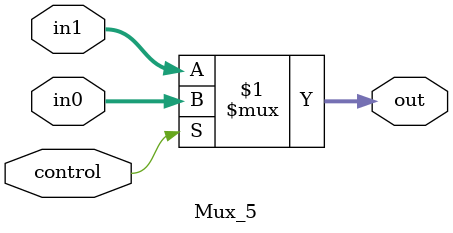
<source format=v>
`timescale 1ns / 1ps

module Mux_5 (in0,in1,control,out);
    input [4:0] in0;
    input [4:0] in1;
    input control;
    output [4:0] out;

    assign out=control?in0:in1;    

endmodule //Mux_5

</source>
